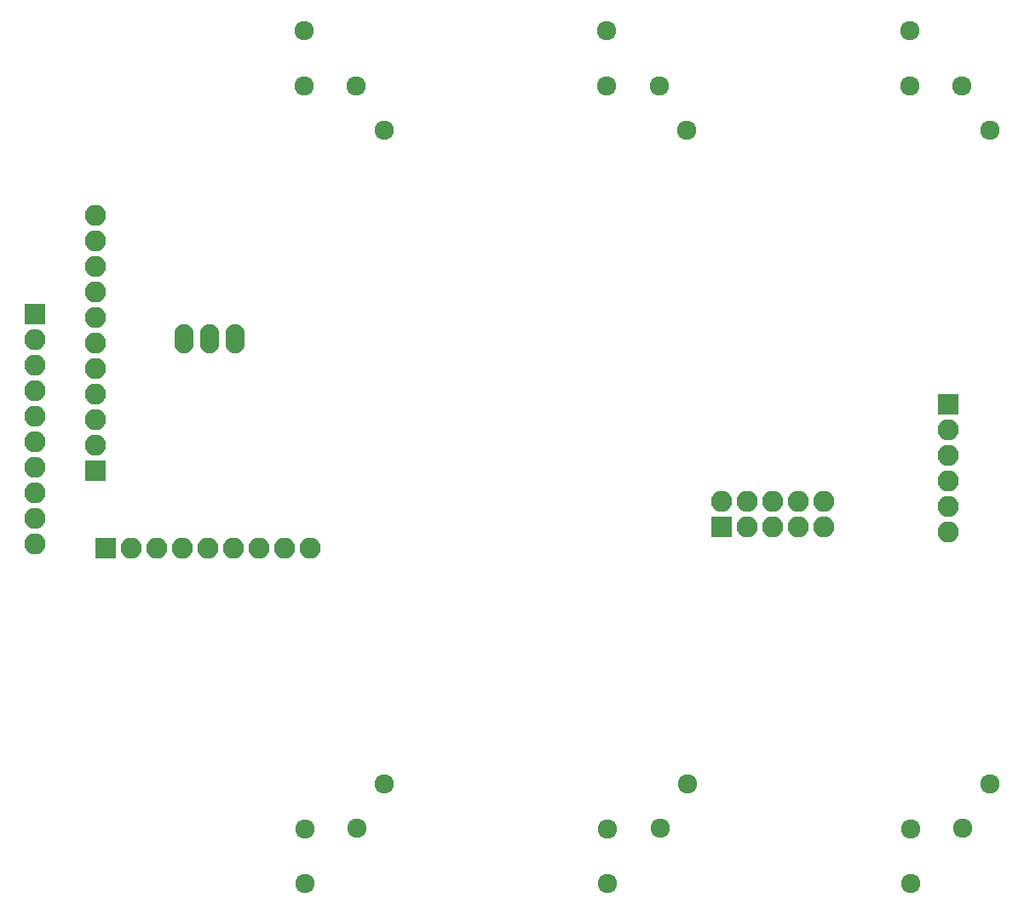
<source format=gbs>
G04 #@! TF.FileFunction,Soldermask,Bot*
%FSLAX46Y46*%
G04 Gerber Fmt 4.6, Leading zero omitted, Abs format (unit mm)*
G04 Created by KiCad (PCBNEW 4.0.7-e2-6376~58~ubuntu16.04.1) date Wed Aug  1 19:42:02 2018*
%MOMM*%
%LPD*%
G01*
G04 APERTURE LIST*
%ADD10C,0.100000*%
%ADD11R,2.100000X2.100000*%
%ADD12O,2.100000X2.100000*%
%ADD13O,1.901140X2.899360*%
%ADD14C,1.924000*%
G04 APERTURE END LIST*
D10*
D11*
X160270000Y-96140000D03*
D12*
X160270000Y-93600000D03*
X162810000Y-96140000D03*
X162810000Y-93600000D03*
X165350000Y-96140000D03*
X165350000Y-93600000D03*
X167890000Y-96140000D03*
X167890000Y-93600000D03*
X170430000Y-96140000D03*
X170430000Y-93600000D03*
D11*
X97970000Y-90590000D03*
D12*
X97970000Y-88050000D03*
X97970000Y-85510000D03*
X97970000Y-82970000D03*
X97970000Y-80430000D03*
X97970000Y-77890000D03*
X97970000Y-75350000D03*
X97970000Y-72810000D03*
X97970000Y-70270000D03*
X97970000Y-67730000D03*
X97970000Y-65190000D03*
D11*
X182750000Y-83950000D03*
D12*
X182750000Y-86490000D03*
X182750000Y-89030000D03*
X182750000Y-91570000D03*
X182750000Y-94110000D03*
X182750000Y-96650000D03*
D11*
X99060000Y-98300000D03*
D12*
X101600000Y-98300000D03*
X104140000Y-98300000D03*
X106680000Y-98300000D03*
X109220000Y-98300000D03*
X111760000Y-98300000D03*
X114300000Y-98300000D03*
X116840000Y-98300000D03*
X119380000Y-98300000D03*
D11*
X92000000Y-75000000D03*
D12*
X92000000Y-77540000D03*
X92000000Y-80080000D03*
X92000000Y-82620000D03*
X92000000Y-85160000D03*
X92000000Y-87700000D03*
X92000000Y-90240000D03*
X92000000Y-92780000D03*
X92000000Y-95320000D03*
X92000000Y-97860000D03*
D13*
X109350000Y-77470000D03*
X106810000Y-77470000D03*
X111890000Y-77470000D03*
D14*
X126750000Y-121750000D03*
X124000000Y-126150000D03*
X118800000Y-126200000D03*
X118800000Y-131650000D03*
X126700000Y-56750000D03*
X123950000Y-52350000D03*
X118750000Y-52300000D03*
X118750000Y-46850000D03*
X156850000Y-121750000D03*
X154100000Y-126150000D03*
X148900000Y-126200000D03*
X148900000Y-131650000D03*
X156800000Y-56750000D03*
X154050000Y-52350000D03*
X148850000Y-52300000D03*
X148850000Y-46850000D03*
X186950000Y-121750000D03*
X184200000Y-126150000D03*
X179000000Y-126200000D03*
X179000000Y-131650000D03*
X186900000Y-56750000D03*
X184150000Y-52350000D03*
X178950000Y-52300000D03*
X178950000Y-46850000D03*
M02*

</source>
